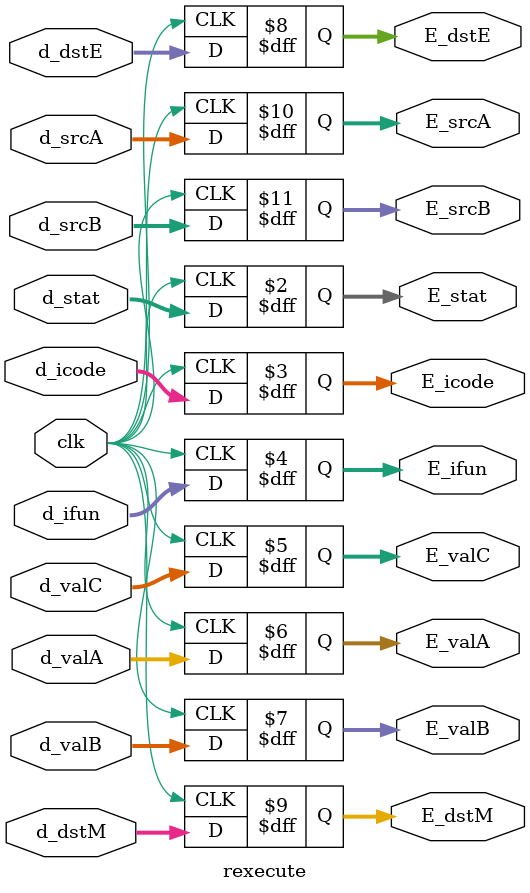
<source format=v>
module rexecute(clk, d_stat, d_icode, d_ifun, d_valC, d_valA, d_valB, d_dstE, d_dstM, d_srcA, d_srcB, E_stat, E_icode, E_ifun, E_valC, E_valA, E_valB, E_dstE, E_dstM, E_srcA, E_srcB);
    
    input clk;
    input [1:0] d_stat;
    input [3:0] d_icode, d_ifun;
    input [63:0] d_valC, d_valA, d_valB;
    input [3:0] d_dstE, d_dstM, d_srcA, d_srcB;
    output [1:0] E_stat;
    output [3:0] E_icode, E_ifun;
    output [63:0] E_valC, E_valA, E_valB;    
    output [3:0] E_dstE, E_dstM, E_srcA, E_srcB;

    always @(posedge clk) begin
        E_stat <= d_stat;
        E_icode <= d_icode;
        E_ifun <= d_ifun;
        E_valA <= d_valA;
        E_valB <= d_valB;
        E_valC <= d_valC;
        E_dstE <= d_dstE;
        E_dstM <= d_dstM;
        E_srcA <= d_srcA;
        E_srcB <= d_srcB;
    end

endmodule
</source>
